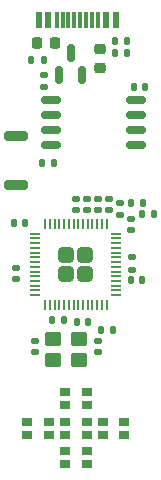
<source format=gbr>
%TF.GenerationSoftware,KiCad,Pcbnew,9.0.3*%
%TF.CreationDate,2025-11-26T12:48:42-06:00*%
%TF.ProjectId,onyx2040,6f6e7978-3230-4343-902e-6b696361645f,rev?*%
%TF.SameCoordinates,Original*%
%TF.FileFunction,Paste,Top*%
%TF.FilePolarity,Positive*%
%FSLAX46Y46*%
G04 Gerber Fmt 4.6, Leading zero omitted, Abs format (unit mm)*
G04 Created by KiCad (PCBNEW 9.0.3) date 2025-11-26 12:48:42*
%MOMM*%
%LPD*%
G01*
G04 APERTURE LIST*
G04 Aperture macros list*
%AMRoundRect*
0 Rectangle with rounded corners*
0 $1 Rounding radius*
0 $2 $3 $4 $5 $6 $7 $8 $9 X,Y pos of 4 corners*
0 Add a 4 corners polygon primitive as box body*
4,1,4,$2,$3,$4,$5,$6,$7,$8,$9,$2,$3,0*
0 Add four circle primitives for the rounded corners*
1,1,$1+$1,$2,$3*
1,1,$1+$1,$4,$5*
1,1,$1+$1,$6,$7*
1,1,$1+$1,$8,$9*
0 Add four rect primitives between the rounded corners*
20,1,$1+$1,$2,$3,$4,$5,0*
20,1,$1+$1,$4,$5,$6,$7,0*
20,1,$1+$1,$6,$7,$8,$9,0*
20,1,$1+$1,$8,$9,$2,$3,0*%
G04 Aperture macros list end*
%ADD10RoundRect,0.135000X-0.135000X-0.185000X0.135000X-0.185000X0.135000X0.185000X-0.135000X0.185000X0*%
%ADD11R,0.900000X0.700000*%
%ADD12RoundRect,0.140000X0.170000X-0.140000X0.170000X0.140000X-0.170000X0.140000X-0.170000X-0.140000X0*%
%ADD13RoundRect,0.162500X-0.650000X-0.162500X0.650000X-0.162500X0.650000X0.162500X-0.650000X0.162500X0*%
%ADD14RoundRect,0.135000X0.185000X-0.135000X0.185000X0.135000X-0.185000X0.135000X-0.185000X-0.135000X0*%
%ADD15RoundRect,0.140000X-0.140000X-0.170000X0.140000X-0.170000X0.140000X0.170000X-0.140000X0.170000X0*%
%ADD16RoundRect,0.140000X0.140000X0.170000X-0.140000X0.170000X-0.140000X-0.170000X0.140000X-0.170000X0*%
%ADD17RoundRect,0.135000X-0.185000X0.135000X-0.185000X-0.135000X0.185000X-0.135000X0.185000X0.135000X0*%
%ADD18RoundRect,0.249999X-0.395001X-0.395001X0.395001X-0.395001X0.395001X0.395001X-0.395001X0.395001X0*%
%ADD19RoundRect,0.050000X-0.387500X-0.050000X0.387500X-0.050000X0.387500X0.050000X-0.387500X0.050000X0*%
%ADD20RoundRect,0.050000X-0.050000X-0.387500X0.050000X-0.387500X0.050000X0.387500X-0.050000X0.387500X0*%
%ADD21RoundRect,0.250000X-0.450000X-0.350000X0.450000X-0.350000X0.450000X0.350000X-0.450000X0.350000X0*%
%ADD22RoundRect,0.225000X0.225000X0.250000X-0.225000X0.250000X-0.225000X-0.250000X0.225000X-0.250000X0*%
%ADD23RoundRect,0.140000X-0.170000X0.140000X-0.170000X-0.140000X0.170000X-0.140000X0.170000X0.140000X0*%
%ADD24RoundRect,0.225000X0.250000X-0.225000X0.250000X0.225000X-0.250000X0.225000X-0.250000X-0.225000X0*%
%ADD25RoundRect,0.150000X0.150000X-0.587500X0.150000X0.587500X-0.150000X0.587500X-0.150000X-0.587500X0*%
%ADD26R,0.600000X1.450000*%
%ADD27R,0.300000X1.450000*%
%ADD28RoundRect,0.200000X-0.800000X0.200000X-0.800000X-0.200000X0.800000X-0.200000X0.800000X0.200000X0*%
G04 APERTURE END LIST*
D10*
%TO.C,R1*%
X143790000Y-87260000D03*
X144810000Y-87260000D03*
%TD*%
D11*
%TO.C,LED1*%
X139567500Y-119520000D03*
X139567500Y-120620000D03*
X141407500Y-120620000D03*
X141407500Y-119520000D03*
%TD*%
D10*
%TO.C,R4*%
X146070000Y-101947500D03*
X147090000Y-101947500D03*
%TD*%
D12*
%TO.C,C6*%
X144230000Y-101967500D03*
X144230000Y-101007500D03*
%TD*%
D13*
%TO.C,U3*%
X138372500Y-92245000D03*
X138372500Y-93515000D03*
X138372500Y-94785000D03*
X138372500Y-96055000D03*
X145547500Y-96055000D03*
X145547500Y-94785000D03*
X145547500Y-93515000D03*
X145547500Y-92245000D03*
%TD*%
D14*
%TO.C,R7*%
X137800000Y-91190000D03*
X137800000Y-90170000D03*
%TD*%
D12*
%TO.C,C7*%
X145170000Y-103307500D03*
X145170000Y-102347500D03*
%TD*%
%TO.C,C16*%
X137030000Y-113597500D03*
X137030000Y-112637500D03*
%TD*%
D15*
%TO.C,C9*%
X140570000Y-111080000D03*
X141530000Y-111080000D03*
%TD*%
D12*
%TO.C,C4*%
X141390000Y-101570000D03*
X141390000Y-100610000D03*
%TD*%
D10*
%TO.C,R2*%
X143780000Y-88290000D03*
X144800000Y-88290000D03*
%TD*%
D15*
%TO.C,C15*%
X145380000Y-91150000D03*
X146340000Y-91150000D03*
%TD*%
D16*
%TO.C,C1*%
X136210000Y-102707500D03*
X135250000Y-102707500D03*
%TD*%
D10*
%TO.C,R3*%
X136720000Y-88860000D03*
X137740000Y-88860000D03*
%TD*%
D12*
%TO.C,C17*%
X142320000Y-113607500D03*
X142320000Y-112647500D03*
%TD*%
%TO.C,C5*%
X143270000Y-101610000D03*
X143270000Y-100650000D03*
%TD*%
D17*
%TO.C,R5*%
X145210000Y-105597500D03*
X145210000Y-106617500D03*
%TD*%
D18*
%TO.C,U1*%
X139680000Y-105387500D03*
X139680000Y-106987500D03*
X141280000Y-105387500D03*
X141280000Y-106987500D03*
D19*
X137042500Y-103587500D03*
X137042500Y-103987500D03*
X137042500Y-104387500D03*
X137042500Y-104787500D03*
X137042500Y-105187500D03*
X137042500Y-105587500D03*
X137042500Y-105987500D03*
X137042500Y-106387500D03*
X137042500Y-106787500D03*
X137042500Y-107187500D03*
X137042500Y-107587500D03*
X137042500Y-107987500D03*
X137042500Y-108387500D03*
X137042500Y-108787500D03*
D20*
X137880000Y-109625000D03*
X138280000Y-109625000D03*
X138680000Y-109625000D03*
X139080000Y-109625000D03*
X139480000Y-109625000D03*
X139880000Y-109625000D03*
X140280000Y-109625000D03*
X140680000Y-109625000D03*
X141080000Y-109625000D03*
X141480000Y-109625000D03*
X141880000Y-109625000D03*
X142280000Y-109625000D03*
X142680000Y-109625000D03*
X143080000Y-109625000D03*
D19*
X143917500Y-108787500D03*
X143917500Y-108387500D03*
X143917500Y-107987500D03*
X143917500Y-107587500D03*
X143917500Y-107187500D03*
X143917500Y-106787500D03*
X143917500Y-106387500D03*
X143917500Y-105987500D03*
X143917500Y-105587500D03*
X143917500Y-105187500D03*
X143917500Y-104787500D03*
X143917500Y-104387500D03*
X143917500Y-103987500D03*
X143917500Y-103587500D03*
D20*
X143080000Y-102750000D03*
X142680000Y-102750000D03*
X142280000Y-102750000D03*
X141880000Y-102750000D03*
X141480000Y-102750000D03*
X141080000Y-102750000D03*
X140680000Y-102750000D03*
X140280000Y-102750000D03*
X139880000Y-102750000D03*
X139480000Y-102750000D03*
X139080000Y-102750000D03*
X138680000Y-102750000D03*
X138280000Y-102750000D03*
X137880000Y-102750000D03*
%TD*%
D15*
%TO.C,C13*%
X142620000Y-111700000D03*
X143580000Y-111700000D03*
%TD*%
D11*
%TO.C,LED5*%
X142747500Y-119550000D03*
X142747500Y-120650000D03*
X144587500Y-120650000D03*
X144587500Y-119550000D03*
%TD*%
D15*
%TO.C,C8*%
X145110000Y-107500000D03*
X146070000Y-107500000D03*
%TD*%
D11*
%TO.C,LED4*%
X139567500Y-122020000D03*
X139567500Y-123120000D03*
X141407500Y-123120000D03*
X141407500Y-122020000D03*
%TD*%
D12*
%TO.C,C14*%
X142320000Y-101577500D03*
X142320000Y-100617500D03*
%TD*%
D21*
%TO.C,Y1*%
X138580000Y-114240000D03*
X140780000Y-114240000D03*
X140780000Y-112540000D03*
X138580000Y-112540000D03*
%TD*%
D15*
%TO.C,C12*%
X145160000Y-100967500D03*
X146120000Y-100967500D03*
%TD*%
D10*
%TO.C,R6*%
X137600000Y-97600000D03*
X138620000Y-97600000D03*
%TD*%
D22*
%TO.C,C10*%
X138700000Y-87480000D03*
X137150000Y-87480000D03*
%TD*%
D11*
%TO.C,LED2*%
X139565000Y-117020000D03*
X139565000Y-118120000D03*
X141405000Y-118120000D03*
X141405000Y-117020000D03*
%TD*%
D10*
%TO.C,R8*%
X138440000Y-110877500D03*
X139460000Y-110877500D03*
%TD*%
D23*
%TO.C,C2*%
X135440000Y-106460000D03*
X135440000Y-107420000D03*
%TD*%
D24*
%TO.C,C11*%
X142550000Y-89515000D03*
X142550000Y-87965000D03*
%TD*%
D25*
%TO.C,U2*%
X139077500Y-90177500D03*
X140977500Y-90177500D03*
X140027500Y-88302500D03*
%TD*%
D26*
%TO.C,J4*%
X143850000Y-85465000D03*
X143050000Y-85465000D03*
D27*
X141850000Y-85465000D03*
X140850000Y-85465000D03*
X140350000Y-85465000D03*
X139350000Y-85465000D03*
D26*
X138150000Y-85465000D03*
X137350000Y-85465000D03*
X137350000Y-85465000D03*
X138150000Y-85465000D03*
D27*
X138850000Y-85465000D03*
X139850000Y-85465000D03*
X141350000Y-85465000D03*
X142350000Y-85465000D03*
D26*
X143050000Y-85465000D03*
X143850000Y-85465000D03*
%TD*%
D11*
%TO.C,LED3*%
X136377500Y-119530000D03*
X136377500Y-120630000D03*
X138217500Y-120630000D03*
X138217500Y-119530000D03*
%TD*%
D12*
%TO.C,C3*%
X140470000Y-101570000D03*
X140470000Y-100610000D03*
%TD*%
D28*
%TO.C,SW1*%
X135380000Y-95280000D03*
X135380000Y-99480000D03*
%TD*%
M02*

</source>
